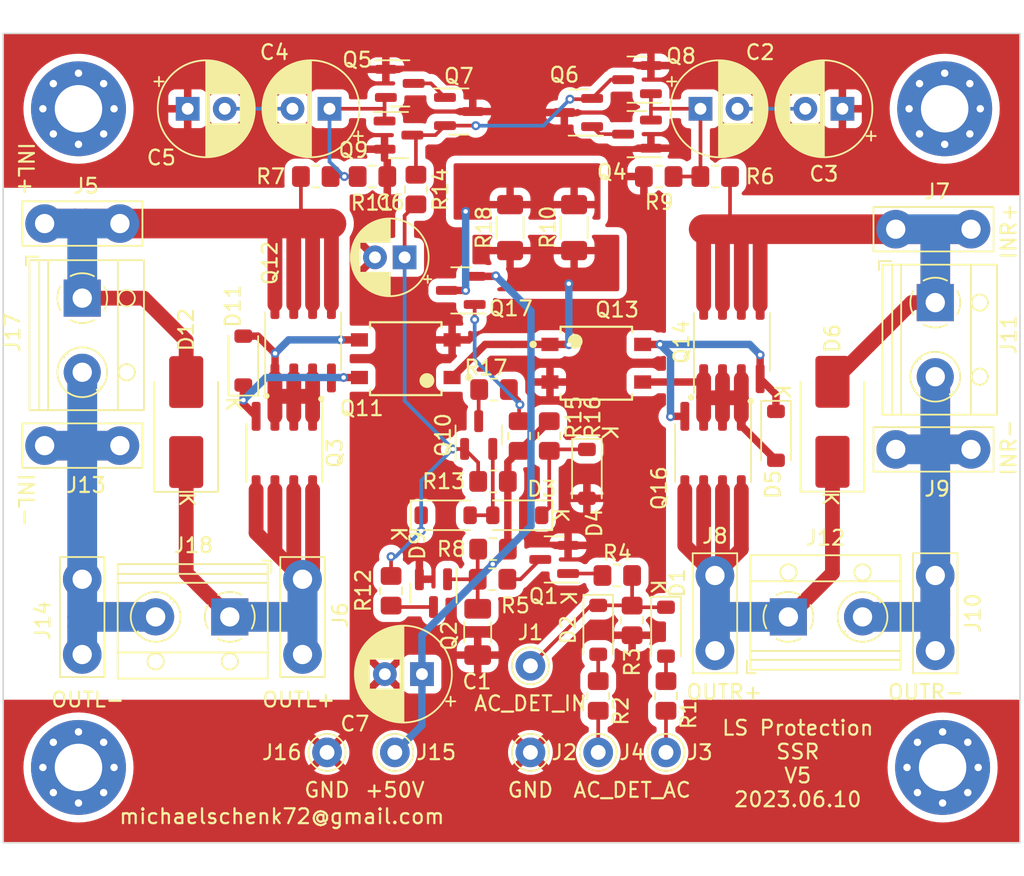
<source format=kicad_pcb>
(kicad_pcb (version 20221018) (generator pcbnew)
  (layers (0 "F.Cu" signal) (31 "B.Cu" signal) (34 "B.Paste" user) (35 "F.Paste" user) (36 "B.SilkS" user "B.Silkscreen") (37 "F.SilkS" user "F.Silkscreen") (38 "B.Mask" user) (39 "F.Mask" user) (44 "Edge.Cuts" user))
  (net 0 "")
  (net 1 "Net-(Q2-B)")
  (net 2 "Net-(Q4-E)")
  (net 3 "Net-(C2-Pad2)")
  (net 4 "Net-(Q5-E)")
  (net 5 "Net-(C4-Pad2)")
  (net 6 "GND")
  (net 7 "Net-(D9-K)")
  (net 8 "Net-(D1-K)")
  (net 9 "Net-(D1-A)")
  (net 10 "Net-(D2-A)")
  (net 11 "Net-(D3-K)")
  (net 12 "Net-(D3-A)")
  (net 13 "Net-(D11-K)")
  (net 14 "Net-(D11-A)")
  (net 15 "Net-(D12-A1)")
  (net 16 "Net-(J3-Pin_1)")
  (net 17 "Net-(J4-Pin_1)")
  (net 18 "INL+")
  (net 19 "INR+")
  (net 20 "Net-(D5-K)")
  (net 21 "Net-(J10-Pin_1)")
  (net 22 "Net-(J13-Pin_1)")
  (net 23 "Net-(J15-Pin_1)")
  (net 24 "Net-(Q1-B)")
  (net 25 "Net-(Q1-C)")
  (net 26 "Net-(Q2-C)")
  (net 27 "Net-(Q4-C)")
  (net 28 "Net-(Q5-C)")
  (net 29 "Net-(Q6-E)")
  (net 30 "Net-(Q10-C)")
  (net 31 "Net-(Q17-B)")
  (net 32 "/R-")
  (net 33 "/R+")
  (net 34 "Net-(D5-A)")
  (net 35 "Net-(D6-A1)")
  (footprint "Resistor_SMD:R_0805_2012Metric_Pad1.20x1.40mm_HandSolder" (layer "F.Cu") (at 100.447 72.777 180)
    (fp_text reference "R11")
    (fp_text value "22k")
  )
  (footprint "Diode_SMD:D_SOD-123" (layer "F.Cu") (at 114.909 92.843 -90)
    (fp_text reference "D4")
    (fp_text value "MMSZ5245 (15V)")
  )
  (footprint "Resistor_SMD:R_0805_2012Metric_Pad1.20x1.40mm_HandSolder" (layer "F.Cu") (at 112.369 90.287 -90)
    (fp_text reference "R16")
    (fp_text value "47k")
  )
  (footprint "Package_TO_SOT_SMD:SOT-23" (layer "F.Cu") (at 118.2895 69.917 180)
    (fp_text reference "Q4")
    (fp_text value "MMBTA42")
  )
  (footprint "Resistor_SMD:R_0805_2012Metric_Pad1.20x1.40mm_HandSolder" (layer "F.Cu") (at 108.575 93.351 180)
    (fp_text reference "R13")
    (fp_text value "220k")
  )
  (footprint "TerminalBlock_RND:TerminalBlock_RND_205-00012_1x02_P5.00mm_Horizontal" (layer "F.Cu") (at 128.498 102.495)
    (fp_text reference "J12")
    (fp_text value "OUTR")
  )
  (footprint "Resistor_SMD:R_0805_2012Metric_Pad1.20x1.40mm_HandSolder" (layer "F.Cu") (at 101.701 100.733 -90)
    (fp_text reference "R12")
    (fp_text value "4.7k")
  )
  (footprint "Package_SO:SOIC-8_3.9x4.9mm_P1.27mm" (layer "F.Cu") (at 123.418 91.4348 -90)
    (fp_text reference "Q16")
    (fp_text value "AOSP66920")
  )
  (footprint "kicad-snk:Vishay-VOM1271T-0-0-0" (layer "F.Cu") (at 115.5432 85.3754)
    (fp_text reference "Q13")
    (fp_text value "VOM1271T" hide)
  )
  (footprint "Diode_SMD:D_SOD-123" (layer "F.Cu") (at 127.6598 90.2766 -90)
    (fp_text reference "D5")
    (fp_text value "MMSZ12T1G (12V)")
  )
  (footprint "Diode_SMD:D_SOD-123" (layer "F.Cu") (at 91.735 85.1986 90)
    (fp_text reference "D11")
    (fp_text value "MMSZ12T1G (12V)")
  )
  (footprint "kicad-snk:TE-726386-2_Pitch5.08mm_Drill1.3mm" (layer "F.Cu") (at 123.545 99.701 -90)
    (fp_text reference "J8")
    (fp_text value "OUTR+")
  )
  (footprint "Diode_SMD:D_SMB_Handsoldering" (layer "F.Cu") (at 131.4698 89.3302 90)
    (fp_text reference "D6")
    (fp_text value "SMBJP6KE68CA")
  )
  (footprint "Resistor_SMD:R_0805_2012Metric_Pad1.20x1.40mm_HandSolder" (layer "F.Cu") (at 115.671 107.829 90)
    (fp_text reference "R2")
    (fp_text value "22k")
  )
  (footprint "Package_TO_SOT_SMD:SOT-23" (layer "F.Cu") (at 114.3225 68.459 180)
    (fp_text reference "Q6")
    (fp_text value "MMBTA92")
  )
  (footprint "Resistor_SMD:R_0805_2012Metric_Pad1.20x1.40mm_HandSolder" (layer "F.Cu") (at 103.3774 73.6566 -90)
    (fp_text reference "R14")
    (fp_text value "10R")
  )
  (footprint "Package_SO:SOIC-8_3.9x4.9mm_P1.27mm" (layer "F.Cu") (at 95.7736 83.894 90)
    (fp_text reference "Q12")
    (fp_text value "AOSP66920")
  )
  (footprint "Capacitor_THT:CP_Radial_D6.3mm_P2.50mm" (layer "F.Cu") (at 132.141 68.205 180)
    (fp_text reference "C3")
    (fp_text value "47uF/50V")
  )
  (footprint "Connector_Pin:Pin_D1.0mm_L10.0mm" (layer "F.Cu") (at 111.099 111.639 180)
    (fp_text reference "J2")
    (fp_text value "AC_DET_GND")
  )
  (footprint "kicad-snk:TE-726386-2_Pitch5.08mm_Drill1.3mm" (layer "F.Cu") (at 80.869945 99.955 -90)
    (fp_text reference "J14")
    (fp_text value "OUTL-")
  )
  (footprint "Capacitor_THT:CP_Radial_D6.3mm_P2.50mm" (layer "F.Cu") (at 103.7838 106.3558 180)
    (fp_text reference "C7")
    (fp_text value "10uF/100V")
  )
  (footprint "Connector_Pin:Pin_D1.0mm_L10.0mm" (layer "F.Cu") (at 115.671 111.639)
    (fp_text reference "J4")
    (fp_text value "AC_DET_AC")
  )
  (footprint "Package_TO_SOT_SMD:SOT-23" (layer "F.Cu") (at 106.4023 80.463 180)
    (fp_text reference "Q17")
    (fp_text value "MMBTA92")
  )
  (footprint "Connector_Pin:Pin_D1.0mm_L10.0mm" (layer "F.Cu") (at 111.099 105.797 180)
    (fp_text reference "J1")
    (fp_text value "AC_DET_IN")
  )
  (footprint "Resistor_SMD:R_0805_2012Metric_Pad1.20x1.40mm_HandSolder" (layer "F.Cu") (at 108.575 97.923 180)
    (fp_text reference "R8")
    (fp_text value "100k")
  )
  (footprint "TerminalBlock_RND:TerminalBlock_RND_205-00012_1x02_P5.00mm_Horizontal" (layer "F.Cu") (at 138.404 81.286 -90)
    (fp_text reference "J11")
    (fp_text value "INR")
  )
  (footprint "Connector_Pin:Pin_D1.0mm_L10.0mm" (layer "F.Cu") (at 120.243 111.639 180)
    (fp_text reference "J3")
    (fp_text value "AC_DET_AC")
  )
  (footprint "Connector_Pin:Pin_D1.0mm_L10.0mm" (layer "F.Cu") (at 97.383 111.639 -90)
    (fp_text reference "J16")
    (fp_text value "GND")
  )
  (footprint "Package_SO:SOIC-8_3.9x4.9mm_P1.27mm" (layer "F.Cu") (at 124.688 83.9448 90)
    (fp_text reference "Q14")
    (fp_text value "AOSP66920")
  )
  (footprint "Resistor_SMD:R_1206_3216Metric_Pad1.30x1.75mm_HandSolder" (layer "F.Cu") (at 114.046 76.226 -90)
    (fp_text reference "R10")
    (fp_text value "3.24k/2W")
  )
  (footprint "TerminalBlock_RND:TerminalBlock_RND_205-00012_1x02_P5.00mm_Horizontal" (layer "F.Cu") (at 90.822945 102.495 180)
    (fp_text reference "J18")
    (fp_text value "OUTL")
  )
  (footprint "Resistor_SMD:R_1206_3216Metric_Pad1.30x1.75mm_HandSolder" (layer "F.Cu") (at 109.728 76.226 -90)
    (fp_text reference "R18")
    (fp_text value "3.24k/2W")
  )
  (footprint "kicad-snk:TE-726386-2_Pitch5.08mm_Drill1.3mm" (layer "F.Cu") (at 78.333 90.938)
    (fp_text reference "J13")
    (fp_text value "INL-")
  )
  (footprint "Package_TO_SOT_SMD:SOT-23" (layer "F.Cu") (at 102.2875 66.493)
    (fp_text reference "Q5")
    (fp_text value "MMBTA42")
  )
  (footprint "MountingHole:MountingHole_3.2mm_M3_Pad_Via" (layer "F.Cu") (at 139.039 68.205 -90)
    (fp_text reference "MK1" hide)
    (fp_text value "Mounting_Hole_PAD")
  )
  (footprint "Package_TO_SOT_SMD:SOT-23" (layer "F.Cu") (at 112.7015 98.619 180)
    (fp_text reference "Q1")
    (fp_text value "MMBTA42")
  )
  (footprint "kicad-snk:TE-726386-2_Pitch5.08mm_Drill1.3mm" (layer "F.Cu") (at 138.404 99.701 -90)
    (fp_text reference "J10")
    (fp_text value "OUTR-")
  )
  (footprint "Package_TO_SOT_SMD:SOT-23" (layer "F.Cu") (at 104.561 100.8925 -90)
    (fp_text reference "Q2")
    (fp_text value "MMBTA42")
  )
  (footprint "TerminalBlock_RND:TerminalBlock_RND_205-00012_1x02_P5.00mm_Horizontal" (layer "F.Cu") (at 80.873 80.985 -90)
    (fp_text reference "J17")
    (fp_text value "INL")
  )
  (footprint "Resistor_SMD:R_0805_2012Metric_Pad1.20x1.40mm_HandSolder" (layer "F.Cu") (at 123.561 72.777 180)
    (fp_text reference "R6")
    (fp_text value "47k")
  )
  (footprint "kicad-snk:TE-726386-2_Pitch5.08mm_Drill1.3mm" (layer "F.Cu") (at 95.728945 99.955 -90)
    (fp_text reference "J6")
    (fp_text value "OUTL+")
  )
  (footprint "MountingHole:MountingHole_3.2mm_M3_Pad_Via" (layer "F.Cu") (at 138.899 112.655 -90)
    (fp_text reference "MK4" hide)
    (fp_text value "Mounting_Hole_PAD")
  )
  (footprint "Capacitor_THT:CP_Radial_D6.3mm_P2.50mm" (layer "F.Cu") (at 122.569 68.205)
    (fp_text reference "C2")
    (fp_text value "47uF/50V")
  )
  (footprint "Capacitor_THT:CP_Radial_D5.0mm_P2.00mm" (layer "F.Cu") (at 102.616 78.232 180)
    (fp_text reference "C6")
    (fp_text value "22uF/50V")
  )
  (footprint "Diode_SMD:D_SOD-123" (layer "F.Cu") (at 120.243 103.495 -90)
    (fp_text reference "D1")
    (fp_text value "1N914")
  )
  (footprint "Resistor_SMD:R_0805_2012Metric_Pad1.20x1.40mm_HandSolder" (layer "F.Cu") (at 116.957 99.701 180)
    (fp_text reference "R4")
    (fp_text value "100R")
  )
  (footprint "kicad-snk:TE-726386-2_Pitch5.08mm_Drill1.3mm" (layer "F.Cu") (at 135.737 76.333)
    (fp_text reference "J7")
    (fp_text value "INR+")
  )
  (footprint "Capacitor_SMD:C_1206_3216Metric_Pad1.33x1.80mm_HandSolder" (layer "F.Cu") (at 107.543 103.511 -90)
    (fp_text reference "C1")
    (fp_text value "470nF")
  )
  (footprint "Diode_SMD:D_SOD-123" (layer "F.Cu") (at 105.383 95.637)
    (fp_text reference "D9")
    (fp_text value "MMSZ5232BT1G (5.6V)")
  )
  (footprint "Resistor_SMD:R_0805_2012Metric_Pad1.20x1.40mm_HandSolder" (layer "F.Cu") (at 108.543 99.955)
    (fp_text reference "R5")
    (fp_text value "100R")
  )
  (footprint "Connector_Pin:Pin_D1.0mm_L10.0mm" (layer "F.Cu") (at 101.955 111.639 -90)
    (fp_text reference "J15")
    (fp_text value "+50V")
  )
  (footprint "Resistor_SMD:R_0805_2012Metric_Pad1.20x1.40mm_HandSolder" (layer "F.Cu") (at 117.957 102.733 90)
    (fp_text reference "R3")
    (fp_text value "10k")
  )
  (footprint "Resistor_SMD:R_0805_2012Metric_Pad1.20x1.40mm_HandSolder" (layer "F.Cu") (at 110.337 90.287 90)
    (fp_text reference "R15")
    (fp_text value "6.8k")
  )
  (footprint "Package_TO_SOT_SMD:SOT-23" (layer "F.Cu") (at 102.199137 69.983)
    (fp_text reference "Q9")
    (fp_text value "MMBTA42")
  )
  (footprint "Diode_SMD:D_SOD-123" (layer "F.Cu") (at 110.211 95.637 180)
    (fp_text reference "D3")
    (fp_text value "1N914")
  )
  (footprint "kicad-snk:TE-726386-2_Pitch5.08mm_Drill1.3mm" (layer "F.Cu") (at 135.737 91.192)
    (fp_text reference "J9")
    (fp_text value "INR-")
  )
  (footprint "kicad-snk:TE-726386-2_Pitch5.08mm_Drill1.3mm" (layer "F.Cu") (at 78.333 75.952)
    (fp_text reference "J5")
    (fp_text value "INL+")
  )
  (footprint "Capacitor_THT:CP_Radial_D6.3mm_P2.50mm" (layer "F.Cu") (at 97.549379 68.205 180)
    (fp_text reference "C4")
    (fp_text value "47uF/50V")
  )
  (footprint "Package_TO_SOT_SMD:SOT-23" (layer "F.Cu") (at 107.609 90.2245 90)
    (fp_text reference "Q10")
    (fp_text value "MMBTA42")
  )
  (footprint "Resistor_SMD:R_0805_2012Metric_Pad1.20x1.40mm_HandSolder" (layer "F.Cu") (at 108.6446 87.1534 180)
    (fp_text reference "R17")
    (fp_text value "22k")
  )
  (footprint "Diode_SMD:D_SMB_Handsoldering" (layer "F.Cu") (at 87.8834 89.3454 90)
    (fp_text reference "D12")
    (fp_text value "SMBJP6KE68CA")
  )
  (footprint "Resistor_SMD:R_0805_2012Metric_Pad1.20x1.40mm_HandSolder" (layer "F.Cu") (at 96.621 72.777)
    (fp_text reference "R7")
    (fp_text value "47k")
  )
  (footprint "Resistor_SMD:R_0805_2012Metric_Pad1.20x1.40mm_HandSolder" (layer "F.Cu") (at 119.751 72.777)
    (fp_text reference "R9")
    (fp_text value "22k")
  )
  (footprint "Package_TO_SOT_SMD:SOT-23" (layer "F.Cu") (at 118.2895 66.239 180)
    (fp_text reference "Q8")
    (fp_text value "MMBTA42")
  )
  (footprint "Package_SO:SOIC-8_3.9x4.9mm_P1.27mm" (layer "F.Cu") (at 94.5036 91.4348 -90)
    (fp_text reference "Q3")
    (fp_text value "AOSP66920")
  )
  (footprint "Capacitor_THT:CP_Radial_D6.3mm_P2.50mm" (layer "F.Cu") (at 87.984999 68.205)
    (fp_text reference "C5")
    (fp_text value "47uF/50V")
  )
  (footprint "Resistor_SMD:R_0805_2012Metric_Pad1.20x1.40mm_HandSolder" (layer "F.Cu") (at 120.243 107.829 90)
    (fp_text reference "R1")
    (fp_text value "22k")
  )
  (footprint "Package_TO_SOT_SMD:SOT-23" (layer "F.Cu") (at 106.273 68.393)
    (fp_text reference "Q7")
    (fp_text value "MMBTA92")
  )
  (footprint "kicad-snk:Vishay-VOM1271T-0-0-0" (layer "F.Cu") (at 102.6924 85.0706 180)
    (fp_text reference "Q11")
    (fp_text value "VOM1271T" hide)
  )
  (footprint "MountingHole:MountingHole_3.2mm_M3_Pad_Via" (layer "F.Cu") (at 80.619 112.655 -90)
    (fp_text reference "MK3" hide)
    (fp_text value "Mounting_Hole_PAD")
  )
  (footprint "MountingHole:MountingHole_3.2mm_M3_Pad_Via" (layer "F.Cu") (at 80.619 68.205 -90)
    (fp_text reference "MK2" hide)
    (fp_text value "Mounting_Hole_PAD")
  )
  (footprint "Diode_SMD:D_SOD-123" (layer "F.Cu") (at 115.671 103.367 -90)
    (fp_text reference "D2")
    (fp_text value "1N914")
  )
  (gr_rect (start 75.539 63.125) (end 144.119 117.735) (stroke (width 0.1)) (fill none) (layer "Edge.Cuts"))
  (gr_text "K" (at 128.0662 87.3058 -90) (layer "F.SilkS") (effects (font (size 1 1))))
  (gr_text "°" (at 124.9674 87.4582 -90) (layer "F.SilkS") (effects (font (size 1 1)) (justify left bottom)))
  (gr_text "K" (at 131.3174 94.5194 -90) (layer "F.SilkS") (effects (font (size 1 1))))
  (gr_text "INL-" (at 77.063 94.621 -90) (layer "F.SilkS") (effects (font (size 1 1))))
  (gr_text "OUTL-" (at 81.250945 108.083) (layer "F.SilkS") (effects (font (size 1 1))))
  (gr_text "OUTR-" (at 137.769 107.575) (layer "F.SilkS") (effects (font (size 1 1))))
  (gr_text "+50V" (at 101.955 114.179) (layer "F.SilkS") (effects (font (size 1 1))))
  (gr_text "AC_DET_IN" (at 111.099 108.337) (layer "F.SilkS") (effects (font (size 1 1))))
  (gr_text "°" (at 92.303 87.1026 -90) (layer "F.SilkS") (effects (font (size 1 1)) (justify left bottom)))
  (gr_text "OUTR+" (at 124.18 107.575) (layer "F.SilkS") (effects (font (size 1 1))))
  (gr_text "GND" (at 97.383 114.179) (layer "F.SilkS") (effects (font (size 1 1))))
  (gr_text "INR-" (at 143.357 91.065 90) (layer "F.SilkS") (effects (font (size 1 1))))
  (gr_text "K" (at 91.0844 88.138 -90) (layer "F.SilkS") (effects (font (size 1 1))))
  (gr_text "K" (at 116.433 90.049 -90) (layer "F.SilkS") (effects (font (size 1 1))))
  (gr_text "AC_DET_AC" (at 117.957 114.179) (layer "F.SilkS") (effects (font (size 1 1))))
  (gr_text "°" (at 96.0114 87.3058 -90) (layer "F.SilkS") (effects (font (size 1 1)) (justify left bottom)))
  (gr_text "LS Protection\nSSR\nV5\n2023.06.10" (at 129.133 112.401) (layer "F.SilkS") (effects (font (size 1 1))))
  (gr_text "K" (at 87.9342 94.5702 -90) (layer "F.SilkS") (effects (font (size 1 1))))
  (gr_text "K" (at 102.209 96.907 -90) (layer "F.SilkS") (effects (font (size 1 1))))
  (gr_text "K" (at 113.639 101.225 -90) (layer "F.SilkS") (effects (font (size 1 1))))
  (gr_text "michaelschenk72@gmail.com" (at 94.335 115.957) (layer "F.SilkS") (effects (font (size 1 1))))
  (gr_text "INR+" (at 143.357 76.46 90) (layer "F.SilkS") (effects (font (size 1 1))))
  (gr_text "°" (at 120.9542 87.2042 -90) (layer "F.SilkS") (effects (font (size 1 1)) (justify left bottom)))
  (gr_text "GND" (at 111.099 114.179) (layer "F.SilkS") (effects (font (size 1 1))))
  (gr_text "INL+" (at 77.063 72.269 -90) (layer "F.SilkS") (effects (font (size 1 1))))
  (gr_text "K" (at 119.735 100.463 -90) (layer "F.SilkS") (effects (font (size 1 1))))
  (gr_text "OUTL+" (at 95.474945 108.083) (layer "F.SilkS") (effects (font (size 1 1))))
  (gr_text "K" (at 113.131 95.637 -90) (layer "F.SilkS") (effects (font (size 1 1))))
  (segment (start 107.543 99.955) (end 107.543 97.955) (width 0.25) (layer "F.Cu") (net 1))
  (segment (start 107.543 99.955) (end 107.543 101.9485) (width 0.25) (layer "F.Cu") (net 1))
  (segment (start 105.511 99.955) (end 107.543 99.955) (width 0.25) (layer "F.Cu") (net 1))
  (segment (start 119.227 68.967) (end 119.227 68.205) (width 0.25) (layer "F.Cu") (net 2))
  (segment (start 122.569 72.769) (end 122.569 68.205) (width 0.25) (layer "F.Cu") (net 2))
  (segment (start 122.569 68.205) (end 119.227 68.205) (width 0.25) (layer "F.Cu") (net 2))
  (segment (start 119.227 68.205) (end 119.227 67.189) (width 0.25) (layer "F.Cu") (net 2))
  (segment (start 122.561 72.777) (end 120.751 72.777) (width 0.25) (layer "F.Cu") (net 2))
  (segment (start 125.069 68.205) (end 129.641 68.205) (width 0.25) (layer "B.Cu") (net 3))
  (segment (start 97.549379 68.205) (end 101.193 68.205) (width 0.25) (layer "F.Cu") (net 4))
  (segment (start 101.261637 68.136363) (end 101.261637 67.531363) (width 0.25) (layer "F.Cu") (net 4))
  (segment (start 98.5514 72.777) (end 99.447 72.777) (width 0.25) (layer "F.Cu") (net 4))
  (segment (start 97.621 72.777) (end 98.5514 72.777) (width 0.25) (layer "F.Cu") (net 4))
  (segment (start 101.193 68.205) (end 101.261637 68.136363) (width 0.25) (layer "F.Cu") (net 4))
  (segment (start 101.261637 69.033) (end 101.261637 68.136363) (width 0.25) (layer "F.Cu") (net 4))
  (via (at 98.5514 72.777) (size 0.6) (drill 0.3) (layers "F.Cu" "B.Cu") (net 4))
  (segment (start 98.5514 72.777) (end 97.549379 71.774979) (width 0.25) (layer "B.Cu") (net 4))
  (segment (start 97.549379 71.774979) (end 97.549379 68.205) (width 0.25) (layer "B.Cu") (net 4))
  (segment (start 90.484999 68.205) (end 95.049379 68.205) (width 0.25) (layer "B.Cu") (net 5))
  (segment (start 101.701 99.733) (end 101.701 98.431) (width 0.25) (layer "F.Cu") (net 7))
  (segment (start 106.659 91.162) (end 107.575 92.078) (width 0.25) (layer "F.Cu") (net 7))
  (segment (start 107.575 92.078) (end 107.575 93.351) (width 0.25) (layer "F.Cu") (net 7))
  (segment (start 102.616 75.418) (end 102.616 78.232) (width 0.25) (layer "F.Cu") (net 7))
  (segment (start 103.3774 74.6566) (end 102.616 75.418) (width 0.25) (layer "F.Cu") (net 7))
  (segment (start 105.8666 91.1666) (end 106.6544 91.1666) (width 0.25) (layer "F.Cu") (net 7))
  (segment (start 103.733 96.7038) (end 103.733 95.637) (width 0.25) (layer "F.Cu") (net 7))
  (via (at 101.701 98.431) (size 0.6) (drill 0.3) (layers "F.Cu" "B.Cu") (net 7))
  (via (at 105.8666 91.1666) (size 0.6) (drill 0.3) (layers "F.Cu" "B.Cu") (net 7))
  (via (at 103.733 96.7038) (size 0.6) (drill 0.3) (layers "F.Cu" "B.Cu") (net 7))
  (segment (start 103.733 96.7038) (end 103.733 93.3002) (width 0.25) (layer "B.Cu") (net 7))
  (segment (start 103.733 93.3002) (end 105.8666 91.1666) (width 0.25) (layer "B.Cu") (net 7))
  (segment (start 102.0058 98.431) (end 103.733 96.7038) (width 0.25) (layer "B.Cu") (net 7))
  (segment (start 101.701 98.431) (end 102.0058 98.431) (width 0.25) (layer "B.Cu") (net 7))
  (segment (start 105.8666 91.1666) (end 102.616 87.916) (width 0.25) (layer "B.Cu") (net 7))
  (segment (start 102.616 87.916) (end 102.616 78.232) (width 0.25) (layer "B.Cu") (net 7))
  (segment (start 115.179 101.717) (end 115.671 101.717) (width 0.25) (layer "F.Cu") (net 8))
  (segment (start 115.671 101.717) (end 117.941 101.717) (width 0.25) (layer "F.Cu") (net 8))
  (segment (start 117.957 101.733) (end 117.957 99.701) (width 0.25) (layer "F.Cu") (net 8))
  (segment (start 120.243 101.845) (end 118.069 101.845) (width 0.25) (layer "F.Cu") (net 8))
  (segment (start 111.099 105.797) (end 115.179 101.717) (width 0.25) (layer "F.Cu") (net 8))
  (segment (start 120.243 105.145) (end 120.243 106.829) (width 0.25) (layer "F.Cu") (net 9))
  (segment (start 115.671 105.017) (end 115.671 106.829) (width 0.25) (layer "F.Cu") (net 10))
  (segment (start 112.369 95.129) (end 111.861 95.637) (width 0.25) (layer "F.Cu") (net 11))
  (segment (start 112.463 91.193) (end 114.909 91.193) (width 0.25) (layer "F.Cu") (net 11))
  (segment (start 112.369 91.287) (end 112.369 95.129) (width 0.25) (layer "F.Cu") (net 11))
  (segment (start 108.561 95.637) (end 108.561 91.164) (width 0.25) (layer "F.Cu") (net 12))
  (segment (start 107.033 95.637) (end 108.561 95.637) (width 0.25) (layer "F.Cu") (net 12))
  (segment (start 91.735 87.8554) (end 91.7442 87.8646) (width 0.5) (layer "F.Cu") (net 13))
  (segment (start 91.735 87.8738) (end 91.735 88.0962) (width 0.5) (layer "F.Cu") (net 13))
  (segment (start 91.7442 87.8646) (end 91.735 87.8738) (width 0.5) (layer "F.Cu") (net 13))
  (segment (start 91.735 86.8486) (end 91.735 87.8554) (width 0.5) (layer "F.Cu") (net 13))
  (segment (start 91.735 88.0962) (end 92.5986 88.9598) (width 0.5) (layer "F.Cu") (net 13))
  (segment (start 98.5006 86.3406) (end 97.707 86.3406) (width 0.5) (layer "F.Cu") (net 13))
  (segment (start 99.5674 86.3406) (end 98.5006 86.3406) (width 0.5) (layer "F.Cu") (net 13))
  (via (at 91.7442 87.8646) (size 0.6) (drill 0.3) (layers "F.Cu" "B.Cu") (net 13))
  (via (at 98.5006 86.3406) (size 0.6) (drill 0.3) (layers "F.Cu" "B.Cu") (net 13))
  (segment (start 98.5006 86.3406) (end 93.2682 86.3406) (width 0.5) (layer "B.Cu") (net 13))
  (segment (start 93.2682 86.3406) (end 91.7442 87.8646) (width 0.5) (layer "B.Cu") (net 13))
  (segment (start 96.4086 87.6106) (end 93.8686 87.6106) (width 1) (layer "F.Cu") (net 14))
  (segment (start 93.8686 87.6106) (end 93.8686 88.9598) (width 1) (layer "F.Cu") (net 14))
  (segment (start 93.8778 84.715) (end 93.8778 86.3598) (width 0.5) (layer "F.Cu") (net 14))
  (segment (start 91.735 83.5486) (end 92.7114 83.5486) (width 0.5) (layer "F.Cu") (net 14))
  (segment (start 96.4086 87.6106) (end 96.4086 88.9598) (width 1) (layer "F.Cu") (net 14))
  (segment (start 92.7114 83.5486) (end 93.8778 84.715) (width 0.5) (layer "F.Cu") (net 14))
  (segment (start 93.8686 86.369) (end 93.8686 87.6106) (width 1) (layer "F.Cu") (net 14))
  (segment (start 99.5674 83.8006) (end 98.2974 83.8006) (width 0.5) (layer "F.Cu") (net 14))
  (segment (start 96.4086 86.369) (end 96.4086 87.6106) (width 1) (layer "F.Cu") (net 14))
  (segment (start 95.1386 86.369) (end 95.1386 88.9598) (width 1) (layer "F.Cu") (net 14))
  (via (at 93.8778 84.715) (size 0.6) (drill 0.3) (layers "F.Cu" "B.Cu") (net 14))
  (via (at 98.2974 83.8006) (size 0.6) (drill 0.3) (layers "F.Cu" "B.Cu") (net 14))
  (segment (start 98.2974 83.8006) (end 94.7922 83.8006) (width 0.5) (layer "B.Cu") (net 14))
  (segment (start 94.7922 83.8006) (end 93.8778 84.715) (width 0.5) (layer "B.Cu") (net 14))
  (segment (start 87.8834 99.5486) (end 87.8834 92.0454) (width 1) (layer "F.Cu") (net 15))
  (segment (start 95.728945 99.955) (end 95.728945 102.495) (width 2) (layer "F.Cu") (net 15))
  (segment (start 95.1386 93.9098) (end 95.1386 99.364655) (width 1) (layer "F.Cu") (net 15))
  (segment (start 96.4086 93.9098) (end 96.4086 99.275345) (width 1) (layer "F.Cu") (net 15))
  (segment (start 93.8686 98.094655) (end 95.728945 99.955) (width 1) (layer "F.Cu") (net 15))
  (segment (start 95.728945 102.495) (end 95.728945 105.035) (width 2) (layer "F.Cu") (net 15))
  (segment (start 90.822945 102.495) (end 95.728945 102.495) (width 2) (layer "F.Cu") (net 15))
  (segment (start 93.8686 93.9098) (end 93.8686 98.094655) (width 1) (layer "F.Cu") (net 15))
  (segment (start 92.5986 93.9098) (end 92.5986 96.824655) (width 1) (layer "F.Cu") (net 15))
  (segment (start 92.5986 96.824655) (end 95.728945 99.955) (width 1) (layer "F.Cu") (net 15))
  (segment (start 95.1386 99.364655) (end 95.728945 99.955) (width 1) (layer "F.Cu") (net 15))
  (segment (start 90.822945 102.488145) (end 87.8834 99.5486) (width 1) (layer "F.Cu") (net 15))
  (segment (start 96.4086 99.275345) (end 95.728945 99.955) (width 1) (layer "F.Cu") (net 15))
  (segment (start 95.605 102.495) (end 95.728945 102.371055) (width 2) (layer "B.Cu") (net 15))
  (segment (start 90.822945 102.495) (end 95.605 102.495) (width 2) (layer "B.Cu") (net 15))
  (segment (start 95.728945 99.955) (end 95.728945 102.371055) (width 2) (layer "B.Cu") (net 15))
  (segment (start 95.728945 102.371055) (end 95.728945 105.035) (width 2) (layer "B.Cu") (net 15))
  (segment (start 120.243 108.829) (end 120.243 111.639) (width 0.25) (layer "F.Cu") (net 16))
  (segment (start 115.671 108.829) (end 115.671 111.639) (width 0.25) (layer "F.Cu") (net 17))
  (segment (start 96.4086 81.419) (end 96.4086 75.9612) (width 1) (layer "F.Cu") (net 18))
  (segment (start 96.4086 75.9612) (end 96.4178 75.952) (width 1) (layer "F.Cu") (net 18))
  (segment (start 97.6694 75.952) (end 95.6558 75.952) (width 2) (layer "F.Cu") (net 18))
  (segment (start 93.8686 81.419) (end 93.8686 75.9936) (width 1) (layer "F.Cu") (net 18))
  (segment (start 95.6558 75.952) (end 83.413 75.952) (width 2) (layer "F.Cu") (net 18))
  (segment (start 95.621 75.9172) (end 95.6558 75.952) (width 0.25) (layer "F.Cu") (net 18))
  (segment (start 95.1386 81.419) (end 95.1386 75.9936) (width 1) (layer "F.Cu") (net 18))
  (segment (start 81.127 75.952) (end 78.333 75.952) (width 2) (layer "F.Cu") (net 18))
  (segment (start 85.017 80.985) (end 87.8834 83.8514) (width 1) (layer "F.Cu") (net 18))
  (segment (start 80.873 80.985) (end 85.017 80.985) (width 1) (layer "F.Cu") (net 18))
  (segment (start 87.8834 83.8514) (end 87.8834 86.6454) (width 1) (layer "F.Cu") (net 18))
  (segment (start 95.621 72.777) (end 95.621 75.9172) (width 0.25) (layer "F.Cu") (net 18))
  (segment (start 97.6786 81.419) (end 97.6786 75.9612) (width 1) (layer "F.Cu") (net 18))
  (segment (start 97.6786 75.9612) (end 97.6694 75.952) (width 2) (layer "F.Cu") (net 18))
  (segment (start 80.873 80.985) (end 80.873 76.206) (width 2) (layer "F.Cu") (net 18))
  (segment (start 80.873 76.206) (end 81.127 75.952) (width 2) (layer "F.Cu") (net 18))
  (segment (start 83.413 75.952) (end 81.127 75.952) (width 2) (layer "F.Cu") (net 18))
  (segment (start 80.365 75.952) (end 78.333 75.952) (width 2) (layer "B.Cu") (net 18))
  (segment (start 80.873 76.46) (end 80.365 75.952) (width 2) (layer "B.Cu") (net 18))
  (segment (start 83.413 75.952) (end 80.365 75.952) (width 2) (layer "B.Cu") (net 18))
  (segment (start 80.873 80.985) (end 80.873 76.46) (width 2) (layer "B.Cu") (net 18))
  (segment (start 135.737 76.333) (end 138.4294 76.333) (width 2) (layer "F.Cu") (net 19))
  (segment (start 124.053 81.4698) (end 124.053 76.333) (width 1) (layer "F.Cu") (net 19))
  (segment (start 122.783 81.4698) (end 122.783 76.333) (width 1) (layer "F.Cu") (net 19))
  (segment (start 124.561 72.777) (end 124.561 75.6218) (width 0.25) (layer "F.Cu") (net 19))
  (segment (start 138.404 81.286) (end 136.814 81.286) (width 1) (layer "F.Cu") (net 19))
  (segment (start 126.593 81.4698) (end 126.593 76.333) (width 1) (layer "F.Cu") (net 19))
  (segment (start 125.323 81.4698) (end 125.323 76.3838) (width 1) (layer "F.Cu") (net 19))
  (segment (start 135.737 76.333) (end 126.593 76.333) (width 2) (layer "F.Cu") (net 19))
  (segment (start 138.4294 76.333) (end 140.817 76.333) (width 2) (layer "F.Cu") (net 19))
  (segment (start 138.404 76.3584) (end 138.4294 76.333) (width 2) (layer "F.Cu") (net 19))
  (segment (start 138.404 81.286) (end 138.404 76.3584) (width 2) (layer "F.Cu") (net 19))
  (segment (start 124.053 76.333) (end 122.783 76.333) (width 2) (layer "F.Cu") (net 19))
  (segment (start 126.593 76.333) (end 125.2722 76.333) (width 2) (layer "F.Cu") (net 19))
  (segment (start 136.814 81.286) (end 131.4698 86.6302) (width 1) (layer "F.Cu") (net 19))
  (segment (start 125.2722 76.333) (end 124.053 76.333) (width 2) (layer "F.Cu") (net 19))
  (segment (start 125.323 76.3838) (end 125.2722 76.333) (width 1) (layer "F.Cu") (net 19))
  (segment (start 124.561 75.6218) (end 125.2722 76.333) (width 0.25) (layer "F.Cu") (net 19))
  (segment (start 138.404 76.46) (end 138.531 76.333) (width 2) (layer "B.Cu") (net 19))
  (segment (start 135.737 76.333) (end 138.531 76.333) (width 2) (layer "B.Cu") (net 19))
  (segment (start 138.531 76.333) (end 140.817 76.333) (width 2) (layer "B.Cu") (net 19))
  (segment (start 138.404 81.286) (end 138.404 76.46) (width 2) (layer "B.Cu") (net 19))
  (segment (start 118.6682 84.1054) (end 119.8366 84.1054) (width 0.5) (layer "F.Cu") (net 20))
  (segment (start 127.6598 87.4866) (end 126.593 86.4198) (width 0.5) (layer "F.Cu") (net 20))
  (segment (start 120.5702 88.9598) (end 120.5478 88.9822) (width 0.5) (layer "F.Cu") (net 20))
  (segment (start 121.513 88.9598) (end 120.5702 88.9598) (width 0.5) (layer "F.Cu") (net 20))
  (segment (start 126.593 84.8166) (end 126.593 86.4198) (width 0.5) (layer "F.Cu") (net 20))
  (segment (start 127.6598 88.6266) (end 127.6598 87.4866) (width 0.5) (layer "F.Cu") (net 20))
  (via (at 119.8366 84.1054) (size 0.6) (drill 0.3) (layers "F.Cu" "B.Cu") (net 20))
  (via (at 126.593 84.8166) (size 0.6) (drill 0.3) (layers "F.Cu" "B.Cu") (net 20))
  (via (at 120.5478 88.9822) (size 0.6) (drill 0.3) (layers "F.Cu" "B.Cu") (net 20))
  (segment (start 120.5478 88.9822) (end 120.5478 84.8166) (width 0.5) (layer "B.Cu") (net 20))
  (segment (start 119.8366 84.1054) (end 125.8818 84.1054) (width 0.5) (layer "B.Cu") (net 20))
  (segment (start 120.5478 84.8166) (end 119.8366 84.1054) (width 0.5) (layer "B.Cu") (net 20))
  (segment (start 125.8818 84.1054) (end 126.593 84.8166) (width 0.5) (layer "B.Cu") (net 20))
  (segment (start 138.404 86.286) (end 138.404 99.701) (width 2) (layer "F.Cu") (net 21))
  (segment (start 135.737 91.192) (end 140.817 91.192) (width 2) (layer "F.Cu") (net 21))
  (segment (start 138.404 104.781) (end 138.404 102.3426) (width 2) (layer "F.Cu") (net 21))
  (segment (start 133.498 102.495) (end 138.2516 102.495) (width 2) (layer "F.Cu") (net 21))
  (segment (start 138.404 102.3426) (end 138.404 99.701) (width 2) (layer "F.Cu") (net 21))
  (segment (start 138.2516 102.495) (end 138.404 102.3426) (width 2) (layer "F.Cu") (net 21))
  (segment (start 138.404 99.701) (end 138.404 91.573) (width 2) (layer "B.Cu") (net 21))
  (segment (start 138.404 86.286) (end 138.404 91.573) (width 2) (layer "B.Cu") (net 21))
  (segment (start 140.817 91.192) (end 138.023 91.192) (width 2) (layer "B.Cu") (net 21))
  (segment (start 133.498 102.495) (end 137.896 102.495) (width 2) (layer "B.Cu") (net 21))
  (segment (start 137.896 102.495) (end 138.404 101.987) (width 2) (layer "B.Cu") (net 21))
  (segment (start 138.023 91.192) (end 135.737 91.192) (width 2) (layer "B.Cu") (net 21))
  (segment (start 138.404 99.701) (end 138.404 101.987) (width 2) (layer "B.Cu") (net 21))
  (segment (start 138.404 91.573) (end 138.023 91.192) (width 2) (layer "B.Cu") (net 21))
  (segment (start 138.404 101.987) (end 138.404 104.781) (width 2) (layer "B.Cu") (net 21))
  (segment (start 80.869945 99.955) (end 80.869945 102.495) (width 2) (layer "F.Cu") (net 22))
  (segment (start 80.869945 102.495) (end 80.869945 105.035) (width 2) (layer "F.Cu") (net 22))
  (segment (start 80.873 85.985) (end 80.873 99.951945) (width 2) (layer "F.Cu") (net 22))
  (segment (start 85.822945 102.495) (end 80.869945 102.495) (width 2) (layer "F.Cu") (net 22))
  (segment (start 83.413 90.938) (end 78.333 90.938) (width 2) (layer "F.Cu") (net 22))
  (segment (start 80.869945 103.13) (end 80.869945 99.955) (width 2) (layer "B.Cu") (net 22))
  (segment (start 80.869945 105.035) (end 80.869945 103.13) (width 2) (layer "B.Cu") (net 22))
  (segment (start 80.869945 90.941055) (end 80.873 90.938) (width 2) (layer "B.Cu") (net 22))
  (segment (start 78.333 90.938) (end 80.873 90.938) (width 2) (layer "B.Cu") (net 22))
  (segment (start 80.869945 99.955) (end 80.869945 90.941055) (width 2) (layer "B.Cu") (net 22))
  (segment (start 85.822945 102.495) (end 81.504945 102.495) (width 2) (layer "B.Cu") (net 22))
  (segment (start 81.504945 102.495) (end 80.869945 103.13) (width 2) (layer "B.Cu") (net 22))
  (segment (start 80.873 90.938) (end 83.413 90.938) (width 2) (layer "B.Cu") (net 22))
  (segment (start 80.873 85.985) (end 80.873 90.938) (width 2) (layer "B.Cu") (net 22))
  (segment (start 109.575 92.049) (end 110.337 91.287) (width 0.5) (layer "F.Cu") (net 23))
  (segment (start 109.575 93.351) (end 109.575 92.049) (width 0.5) (layer "F.Cu") (net 23))
  (segment (start 108.7318 79.513) (end 108.7622 79.4826) (width 0.5) (layer "F.Cu") (net 23))
  (segment (start 109.575 97.923) (end 109.575 93.351) (width 0.5) (layer "F.Cu") (net 23))
  (segment (start 110.369 91.287) (end 112.369 89.287) (width 0.5) (layer "F.Cu") (net 23))
  (segment (start 107.3398 79.513) (end 108.7318 79.513) (width 0.5) (layer "F.Cu") (net 23))
  (segment (start 108.559 98.939) (end 109.575 97.923) (width 0.5) (layer "F.Cu") (net 23))
  (via (at 108.7622 79.4826) (size 0.6) (drill 0.3) (layers "F.Cu" "B.Cu") (net 23))
  (via (at 108.559 98.939) (size 0.6) (drill 0.3) (layers "F.Cu" "B.Cu") (net 23))
  (segment (start 103.7838 106.3558) (end 103.7838 103.7142) (width 0.5) (layer "B.Cu") (net 23))
  (segment (start 111.1378 96.3602) (end 108.559 98.939) (width 0.5) (layer "B.Cu") (net 23))
  (segment (start 103.7838 103.7142) (end 108.559 98.939) (width 0.5) (layer "B.Cu") (net 23))
  (segment (start 111.1378 81.8582) (end 111.1378 96.3602) (width 0.5) (layer "B.Cu") (net 23))
  (segment (start 101.955 111.639) (end 103.7838 109.8102) (width 0.5) (layer "B.Cu") (net 23))
  (segment (start 103.7838 109.8102) (end 103.7838 106.3558) (width 0.5) (layer "B.Cu") (net 23))
  (segment (start 108.7622 79.4826) (end 111.1378 81.8582) (width 0.5) (layer "B.Cu") (net 23))
  (segment (start 113.639 99.569) (end 115.825 99.569) (width 0.25) (layer "F.Cu") (net 24))
  (segment (start 110.428 99.955) (end 111.764 98.619) (width 0.25) (layer "F.Cu") (net 25))
  (segment (start 109.543 99.955) (end 110.428 99.955) (width 0.25) (layer "F.Cu") (net 25))
  (segment (start 104.561 101.83) (end 101.798 101.83) (width 0.25) (layer "F.Cu") (net 26))
  (segment (start 117.352 69.917) (end 115.768 69.917) (width 0.25) (layer "F.Cu") (net 27))
  (segment (start 115.768 69.917) (end 115.26 69.409) (width 0.25) (layer "F.Cu") (net 27))
  (segment (start 104.3855 66.493) (end 105.3355 67.443) (width 0.25) (layer "F.Cu") (net 28))
  (segment (start 103.225 66.493) (end 104.3855 66.493) (width 0.25) (layer "F.Cu") (net 28))
  (segment (start 104.6955 69.983) (end 105.3355 69.343) (width 0.25) (layer "F.Cu") (net 29))
  (segment (start 116.53 66.239) (end 115.26 67.509) (width 0.25) (layer "F.Cu") (net 29))
  (segment (start 103.3774 70.223763) (end 103.136637 69.983) (width 0.25) (layer "F.Cu") (net 29))
  (segment (start 113.766 67.5595) (end 115.2095 67.5595) (width 0.25) (layer "F.Cu") (net 29))
  (segment (start 105.3355 69.343) (end 107.411 69.343) (width 0.25) (layer "F.Cu") (net 29))
  (segment (start 107.411 69.343) (end 107.416 69.348) (width 0.25) (layer "F.Cu") (net 29))
  (segment (start 103.3774 72.6566) (end 103.3774 70.223763) (width 0.25) (layer "F.Cu") (net 29))
  (segment (start 103.136637 69.983) (end 104.6955 69.983) (width 0.25) (layer "F.Cu") (net 29))
  (segment (start 117.352 66.239) (end 116.53 66.239) (width 0.25) (layer "F.Cu") (net 29))
  (via (at 113.766 67.5595) (size 0.6) (drill 0.3) (layers "F.Cu" "B.Cu") (net 29))
  (via (at 107.416 69.348) (size 0.6) (drill 0.3) (layers "F.Cu" "B.Cu") (net 29))
  (segment (start 107.416 69.348) (end 111.9775 69.348) (width 0.25) (layer "B.Cu") (net 29))
  (segment (start 111.9775 69.348) (end 113.766 67.5595) (width 0.25) (layer "B.Cu") (net 29))
  (segment (start 107.609 89.287) (end 107.609 87.189) (width 0.25) (layer "F.Cu") (net 30))
  (segment (start 110.337 88.2202) (end 110.3878 88.1694) (width 0.25) (layer "F.Cu") (net 31))
  (segment (start 110.337 89.287) (end 110.337 88.2202) (width 0.25) (layer "F.Cu") (net 31))
  (segment (start 110.337 88.1186) (end 110.337 87.8458) (width 0.25) (layer "F.Cu") (net 31))
  (segment (start 110.3878 88.1694) (end 110.337 88.1186) (width 0.25) (layer "F.Cu") (net 31))
  (segment (start 107.3398 81.413) (end 107.3398 82.429) (width 0.25) (layer "F.Cu") (net 31))
  (segment (start 110.337 87.8458) (end 109.6446 87.1534) (width 0.25) (layer "F.Cu") (net 31))
  (via (at 110.3878 88.1694) (size 0.6) (drill 0.3) (layers "F.Cu" "B.Cu") (net 31))
  (via (at 107.3398 82.429) (size 0.6) (drill 0.3) (layers "F.Cu" "B.Cu") (net 31))
  (segment (start 107.3398 85.1214) (end 110.3878 88.1694) (width 0.25) (layer "B.Cu") (net 31))
  (segment (start 107.3398 82.429) (end 107.3398 85.1214) (width 0.25) (layer "B.Cu") (net 31))
  (segment (start 109.829 84.1054) (end 108.0526 84.1054) (width 0.5) (layer "F.Cu") (net 32))
  (segment (start 113.671 84.1054) (end 113.6904 84.1248) (width 0.5) (layer "F.Cu") (net 32))
  (segment (start 109.829 84.1054) (end 112.4182 84.1054) (width 0.5) (layer "F.Cu") (net 32))
  (segment (start 108.0526 84.1054) (end 105.8174 86.3406) (width 0.5) (layer "F.Cu") (net 32))
  (segment (start 112.4182 84.1054) (end 113.671 84.1054) (width 0.5) (layer "F.Cu") (net 32))
  (via (at 113.6904 84.1248) (size 0.6) (drill 0.3) (layers "F.Cu" "B.Cu") (net 32))
  (via (at 113.6904 80.01) (size 0.6) (drill 0.3) (layers "F.Cu" "B.Cu") (net 32))
  (segment (start 113.6904 84.1248) (end 113.6904 80.01) (width 0.5) (layer "B.Cu") (net 32))
  (segment (start 105.4648 80.463) (end 106.7266 80.463) (width 0.5) (layer "F.Cu") (net 33))
  (segment (start 106.7266 80.463) (end 106.7308 80.4672) (width 0.5) (layer "F.Cu") (net 33))
  (via (at 106.7308 80.4672) (size 0.6) (drill 0.3) (layers "F.Cu" "B.Cu") (net 33))
  (via (at 106.7308 75.1332) (size 0.6) (drill 0.3) (layers "F.Cu" "B.Cu") (net 33))
  (segment (start 106.7308 80.4672) (end 106.7308 75.1332) (width 0.5) (layer "B.Cu") (net 33))
  (segment (start 122.783 88.9598) (end 122.783 87.6614) (width 1) (layer "F.Cu") (net 34))
  (segment (start 125.323 88.9598) (end 125.323 87.7122) (width 1) (layer "F.Cu") (net 34))
  (segment (start 125.323 87.7122) (end 125.323 86.4198) (width 1) (layer "F.Cu") (net 34))
  (segment (start 124.053 88.9598) (end 124.053 86.4198) (width 1) (layer "F.Cu") (net 34))
  (segment (start 122.783 87.6614) (end 122.783 86.4198) (width 1) (layer "F.Cu") (net 34))
  (segment (start 125.323 89.5898) (end 127.6598 91.9266) (width 0.5) (layer "F.Cu") (net 34))
  (segment (start 122.5574 86.6454) (end 122.783 86.4198) (width 0.5) (layer "F.Cu") (net 34))
  (segment (start 125.323 87.7122) (end 122.8338 87.7122) (width 1) (layer "F.Cu") (net 34))
  (segment (start 118.6682 86.6454) (end 122.5574 86.6454) (width 0.5) (layer "F.Cu") (net 34))
  (segment (start 122.8338 87.7122) (end 122.783 87.6614) (width 1) (layer "F.Cu") (net 34))
  (segment (start 125.323 97.923) (end 123.545 99.701) (width 1) (layer "F.Cu") (net 35))
  (segment (start 121.513 97.669) (end 123.545 99.701) (width 1) (layer "F.Cu") (net 35))
  (segment (start 122.783 93.9098) (end 122.783 98.939) (width 1) (layer "F.Cu") (net 35))
  (segment (start 121.513 93.9098) (end 121.513 97.669) (width 1) (layer "F.Cu") (net 35))
  (segment (start 122.783 98.939) (end 123.545 99.701) (width 1) (layer "F.Cu") (net 35))
  (segment (start 128.498 102.495) (end 123.7482 102.495) (width 2) (layer "F.Cu") (net 35))
  (segment (start 131.4698 99.5486) (end 131.4698 92.0302) (width 1) (layer "F.Cu") (net 35))
  (segment (start 123.545 99.701) (end 123.545 102.6982) (width 2) (layer "F.Cu") (net 35))
  (segment (start 123.7482 102.495) (end 123.545 102.6982) (width 2) (layer "F.Cu") (net 35))
  (segment (start 124.053 93.9098) (end 124.053 99.193) (width 1) (layer "F.Cu") (net 35))
  (segment (start 125.323 93.9098) (end 125.323 97.923) (width 1) (layer "F.Cu") (net 35))
  (segment (start 123.545 102.6982) (end 123.545 104.781) (width 2) (layer "F.Cu") (net 35))
  (segment (start 128.5234 102.495) (end 131.4698 99.5486) (width 1) (layer "F.Cu") (net 35))
  (segment (start 123.545 104.781) (end 123.545 102.495) (width 2) (layer "B.Cu") (net 35))
  (segment (start 123.545 102.495) (end 123.545 99.701) (width 2) (layer "B.Cu") (net 35))
  (segment (start 128.498 102.495) (end 123.545 102.495) (width 2) (layer "B.Cu") (net 35))
  (zone (net 6) (net_name "GND") (layer "F.Cu") (connect_pads (clearance 0.508)) (min_thickness 0.254) (fill yes (thermal_gap 0.508) (thermal_bridge_width 0.508))
    (polygon (pts (xy 75.539 117.735) (xy 75.539 63.125) (xy 144.119 63.125) (xy 144.119 117.735)))
  )
  (zone (net 0) (net_name "") (layer "F.Cu") (connect_pads (clearance 0)) (min_thickness 0.25)
    (keepout (tracks allowed) (vias allowed) (pads allowed) (copperpour not_allowed) (footprints allowed))
    (fill (thermal_gap 0.5) (thermal_bridge_width 0.5))
    (polygon (pts (xy 75.539 73.539) (xy 98.907 73.539) (xy 98.907 108.083) (xy 75.539 108.083)))
  )
  (zone (net 33) (net_name "/R+") (layer "F.Cu") (priority 1) (connect_pads (clearance 0.508)) (min_thickness 0.25) (fill yes (thermal_gap 0.5) (thermal_bridge_width 0.5))
    (polygon (pts (xy 105.918 71.882) (xy 115.824 71.882) (xy 115.824 75.692) (xy 105.918 75.692)))
  )
  (zone (net 32) (net_name "/R-") (layer "F.Cu") (priority 1) (connect_pads (clearance 0.508)) (min_thickness 0.25) (fill yes (thermal_gap 0.5) (thermal_bridge_width 0.5))
    (polygon (pts (xy 107.188 76.708) (xy 117.094 76.708) (xy 117.094 80.518) (xy 107.188 80.518)))
  )
  (zone (net 0) (net_name "") (layer "F.Cu") (connect_pads (clearance 0)) (min_thickness 0.25)
    (keepout (tracks allowed) (vias allowed) (pads allowed) (copperpour not_allowed) (footprints allowed))
    (fill (thermal_gap 0.5) (thermal_bridge_width 0.5))
    (polygon (pts (xy 120.243 74.047) (xy 144.119 74.047) (xy 144.119 108.083) (xy 120.243 108.083)))
  )
)
</source>
